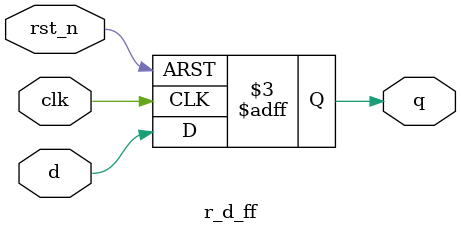
<source format=v>
module r_d_ff(q,d, clk, rst_n);
    input d;
    input clk;
    input rst_n;
    output q;
    reg q;

    always @(posedge clk or negedge rst_n)
        if (!rst_n)
            q<=1'b1;
        else
            q<=d;

endmodule
</source>
